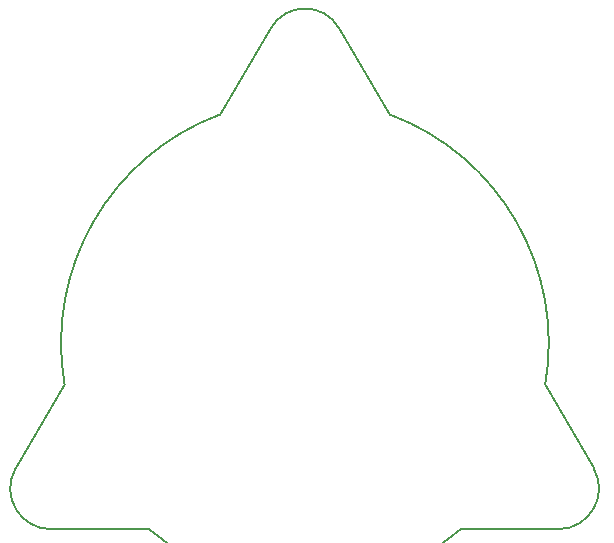
<source format=gbr>
%TF.GenerationSoftware,KiCad,Pcbnew,4.0.6-e0-6349~53~ubuntu16.04.1*%
%TF.CreationDate,2017-05-19T12:33:35+05:30*%
%TF.ProjectId,MAP4,4D4150342E6B696361645F7063620000,1*%
%TF.FileFunction,Profile,NP*%
%FSLAX46Y46*%
G04 Gerber Fmt 4.6, Leading zero omitted, Abs format (unit mm)*
G04 Created by KiCad (PCBNEW 4.0.6-e0-6349~53~ubuntu16.04.1) date Fri May 19 12:33:35 2017*
%MOMM*%
%LPD*%
G01*
G04 APERTURE LIST*
%ADD10C,0.050800*%
%ADD11C,0.150000*%
G04 APERTURE END LIST*
D10*
D11*
X171499968Y-115747826D02*
G75*
G03X174450000Y-110600000I-49968J3447826D01*
G01*
X170350000Y-103500000D02*
X174450000Y-110600000D01*
X170347375Y-103499548D02*
G75*
G03X157200000Y-80650000I-20347375J3499548D01*
G01*
X152900000Y-73350000D02*
X157200000Y-80650000D01*
X152900000Y-73350000D02*
G75*
G03X147100000Y-73350000I-2900000J-1650000D01*
G01*
X142800000Y-80650000D02*
X147100000Y-73350000D01*
X142799072Y-80647504D02*
G75*
G03X129650000Y-103500000I7200928J-19352496D01*
G01*
X125500000Y-110600000D02*
X129650000Y-103500000D01*
X125498108Y-110598929D02*
G75*
G03X128550000Y-115750000I3001892J-1701071D01*
G01*
X136800000Y-115750000D02*
X128550000Y-115750000D01*
X136800000Y-115750000D02*
G75*
G03X163200000Y-115750000I13200000J15750000D01*
G01*
X171500000Y-115750000D02*
X163200000Y-115750000D01*
M02*

</source>
